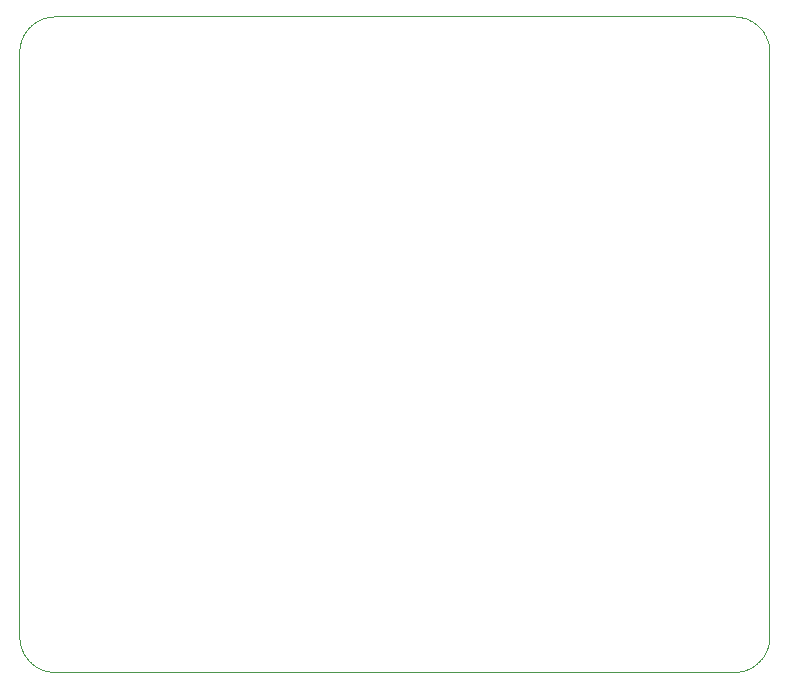
<source format=gko>
G75*
%MOIN*%
%OFA0B0*%
%FSLAX25Y25*%
%IPPOS*%
%LPD*%
%AMOC8*
5,1,8,0,0,1.08239X$1,22.5*
%
%ADD10C,0.00394*%
D10*
X0001346Y0013008D02*
X0001346Y0207890D01*
X0001349Y0208175D01*
X0001360Y0208461D01*
X0001377Y0208746D01*
X0001401Y0209030D01*
X0001432Y0209314D01*
X0001470Y0209597D01*
X0001515Y0209878D01*
X0001566Y0210159D01*
X0001624Y0210439D01*
X0001689Y0210717D01*
X0001761Y0210993D01*
X0001839Y0211267D01*
X0001924Y0211540D01*
X0002016Y0211810D01*
X0002114Y0212078D01*
X0002218Y0212344D01*
X0002329Y0212607D01*
X0002446Y0212867D01*
X0002569Y0213125D01*
X0002699Y0213379D01*
X0002835Y0213630D01*
X0002976Y0213878D01*
X0003124Y0214122D01*
X0003277Y0214363D01*
X0003437Y0214599D01*
X0003602Y0214832D01*
X0003772Y0215061D01*
X0003948Y0215286D01*
X0004130Y0215506D01*
X0004316Y0215722D01*
X0004508Y0215933D01*
X0004705Y0216140D01*
X0004907Y0216342D01*
X0005114Y0216539D01*
X0005325Y0216731D01*
X0005541Y0216917D01*
X0005761Y0217099D01*
X0005986Y0217275D01*
X0006215Y0217445D01*
X0006448Y0217610D01*
X0006684Y0217770D01*
X0006925Y0217923D01*
X0007169Y0218071D01*
X0007417Y0218212D01*
X0007668Y0218348D01*
X0007922Y0218478D01*
X0008180Y0218601D01*
X0008440Y0218718D01*
X0008703Y0218829D01*
X0008969Y0218933D01*
X0009237Y0219031D01*
X0009507Y0219123D01*
X0009780Y0219208D01*
X0010054Y0219286D01*
X0010330Y0219358D01*
X0010608Y0219423D01*
X0010888Y0219481D01*
X0011169Y0219532D01*
X0011450Y0219577D01*
X0011733Y0219615D01*
X0012017Y0219646D01*
X0012301Y0219670D01*
X0012586Y0219687D01*
X0012872Y0219698D01*
X0013157Y0219701D01*
X0239535Y0219701D01*
X0239820Y0219698D01*
X0240106Y0219687D01*
X0240391Y0219670D01*
X0240675Y0219646D01*
X0240959Y0219615D01*
X0241242Y0219577D01*
X0241523Y0219532D01*
X0241804Y0219481D01*
X0242084Y0219423D01*
X0242362Y0219358D01*
X0242638Y0219286D01*
X0242912Y0219208D01*
X0243185Y0219123D01*
X0243455Y0219031D01*
X0243723Y0218933D01*
X0243989Y0218829D01*
X0244252Y0218718D01*
X0244512Y0218601D01*
X0244770Y0218478D01*
X0245024Y0218348D01*
X0245275Y0218212D01*
X0245523Y0218071D01*
X0245767Y0217923D01*
X0246008Y0217770D01*
X0246244Y0217610D01*
X0246477Y0217445D01*
X0246706Y0217275D01*
X0246931Y0217099D01*
X0247151Y0216917D01*
X0247367Y0216731D01*
X0247578Y0216539D01*
X0247785Y0216342D01*
X0247987Y0216140D01*
X0248184Y0215933D01*
X0248376Y0215722D01*
X0248562Y0215506D01*
X0248744Y0215286D01*
X0248920Y0215061D01*
X0249090Y0214832D01*
X0249255Y0214599D01*
X0249415Y0214363D01*
X0249568Y0214122D01*
X0249716Y0213878D01*
X0249857Y0213630D01*
X0249993Y0213379D01*
X0250123Y0213125D01*
X0250246Y0212867D01*
X0250363Y0212607D01*
X0250474Y0212344D01*
X0250578Y0212078D01*
X0250676Y0211810D01*
X0250768Y0211540D01*
X0250853Y0211267D01*
X0250931Y0210993D01*
X0251003Y0210717D01*
X0251068Y0210439D01*
X0251126Y0210159D01*
X0251177Y0209878D01*
X0251222Y0209597D01*
X0251260Y0209314D01*
X0251291Y0209030D01*
X0251315Y0208746D01*
X0251332Y0208461D01*
X0251343Y0208175D01*
X0251346Y0207890D01*
X0251346Y0013008D01*
X0251343Y0012723D01*
X0251332Y0012437D01*
X0251315Y0012152D01*
X0251291Y0011868D01*
X0251260Y0011584D01*
X0251222Y0011301D01*
X0251177Y0011020D01*
X0251126Y0010739D01*
X0251068Y0010459D01*
X0251003Y0010181D01*
X0250931Y0009905D01*
X0250853Y0009631D01*
X0250768Y0009358D01*
X0250676Y0009088D01*
X0250578Y0008820D01*
X0250474Y0008554D01*
X0250363Y0008291D01*
X0250246Y0008031D01*
X0250123Y0007773D01*
X0249993Y0007519D01*
X0249857Y0007268D01*
X0249716Y0007020D01*
X0249568Y0006776D01*
X0249415Y0006535D01*
X0249255Y0006299D01*
X0249090Y0006066D01*
X0248920Y0005837D01*
X0248744Y0005612D01*
X0248562Y0005392D01*
X0248376Y0005176D01*
X0248184Y0004965D01*
X0247987Y0004758D01*
X0247785Y0004556D01*
X0247578Y0004359D01*
X0247367Y0004167D01*
X0247151Y0003981D01*
X0246931Y0003799D01*
X0246706Y0003623D01*
X0246477Y0003453D01*
X0246244Y0003288D01*
X0246008Y0003128D01*
X0245767Y0002975D01*
X0245523Y0002827D01*
X0245275Y0002686D01*
X0245024Y0002550D01*
X0244770Y0002420D01*
X0244512Y0002297D01*
X0244252Y0002180D01*
X0243989Y0002069D01*
X0243723Y0001965D01*
X0243455Y0001867D01*
X0243185Y0001775D01*
X0242912Y0001690D01*
X0242638Y0001612D01*
X0242362Y0001540D01*
X0242084Y0001475D01*
X0241804Y0001417D01*
X0241523Y0001366D01*
X0241242Y0001321D01*
X0240959Y0001283D01*
X0240675Y0001252D01*
X0240391Y0001228D01*
X0240106Y0001211D01*
X0239820Y0001200D01*
X0239535Y0001197D01*
X0013157Y0001197D01*
X0012872Y0001200D01*
X0012586Y0001211D01*
X0012301Y0001228D01*
X0012017Y0001252D01*
X0011733Y0001283D01*
X0011450Y0001321D01*
X0011169Y0001366D01*
X0010888Y0001417D01*
X0010608Y0001475D01*
X0010330Y0001540D01*
X0010054Y0001612D01*
X0009780Y0001690D01*
X0009507Y0001775D01*
X0009237Y0001867D01*
X0008969Y0001965D01*
X0008703Y0002069D01*
X0008440Y0002180D01*
X0008180Y0002297D01*
X0007922Y0002420D01*
X0007668Y0002550D01*
X0007417Y0002686D01*
X0007169Y0002827D01*
X0006925Y0002975D01*
X0006684Y0003128D01*
X0006448Y0003288D01*
X0006215Y0003453D01*
X0005986Y0003623D01*
X0005761Y0003799D01*
X0005541Y0003981D01*
X0005325Y0004167D01*
X0005114Y0004359D01*
X0004907Y0004556D01*
X0004705Y0004758D01*
X0004508Y0004965D01*
X0004316Y0005176D01*
X0004130Y0005392D01*
X0003948Y0005612D01*
X0003772Y0005837D01*
X0003602Y0006066D01*
X0003437Y0006299D01*
X0003277Y0006535D01*
X0003124Y0006776D01*
X0002976Y0007020D01*
X0002835Y0007268D01*
X0002699Y0007519D01*
X0002569Y0007773D01*
X0002446Y0008031D01*
X0002329Y0008291D01*
X0002218Y0008554D01*
X0002114Y0008820D01*
X0002016Y0009088D01*
X0001924Y0009358D01*
X0001839Y0009631D01*
X0001761Y0009905D01*
X0001689Y0010181D01*
X0001624Y0010459D01*
X0001566Y0010739D01*
X0001515Y0011020D01*
X0001470Y0011301D01*
X0001432Y0011584D01*
X0001401Y0011868D01*
X0001377Y0012152D01*
X0001360Y0012437D01*
X0001349Y0012723D01*
X0001346Y0013008D01*
M02*

</source>
